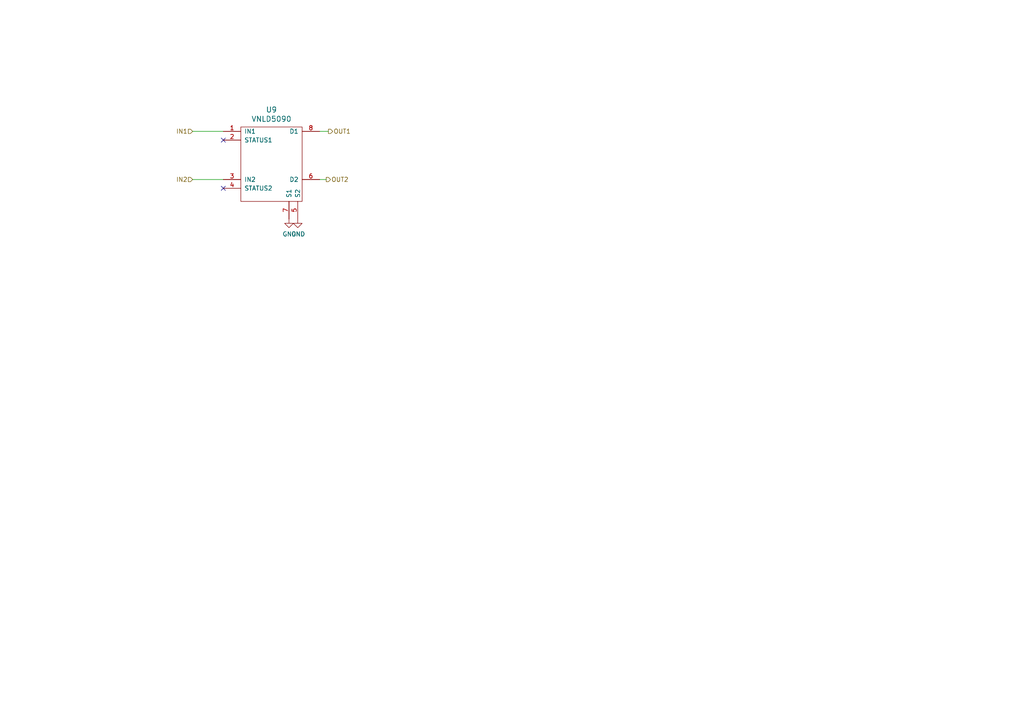
<source format=kicad_sch>
(kicad_sch (version 20250114) (generator "eeschema") (generator_version "9.0")
  (paper "A4")
  (title_block (title "microRusEFI-2L") (date "2020-05-24") (rev "R0.5.2") (company "rusEFI.com"))
  (lib_symbols
    (symbol "power:GND" (power) (pin_names (offset 0))
      (property "Value" "GND" (at 0 -3.81 0))
      (symbol "GND_0_1"
        (polyline (pts (xy 0 0) (xy 0 -1.27) (xy 1.27 -1.27) (xy 0 -2.54) (xy -1.27 -1.27) (xy 0 -1.27)))
      )
      (symbol "GND_1_1"
        (pin power_in line (at 0 0 270) (length 0) (hide yes) (name "GND") (number "1"))
      )
    )
    (symbol "vnld5090:VNLD5090" (pin_names (offset 1.016))
      (property "Reference" "U" (at -6.35 12.7 0))
      (property "Value" "VNLD5090" (at -2.54 -11.43 0))
      (symbol "VNLD5090_0_1"
        (rectangle (start -8.89 11.43) (end 8.89 -10.16))
      )
      (symbol "VNLD5090_1_1"
        (pin input line (at -13.97 10.16 0) (length 5.08) (name "IN1") (number "1"))
        (pin open_collector line (at -13.97 7.62 0) (length 5.08) (name "STATUS1") (number "2"))
        (pin input line (at -13.97 -3.81 0) (length 5.08) (name "IN2") (number "3"))
        (pin open_collector line (at -13.97 -6.35 0) (length 5.08) (name "STATUS2") (number "4"))
        (pin power_in line (at 5.08 -15.24 90) (length 5.08) (name "S1") (number "7"))
        (pin power_in line (at 7.62 -15.24 90) (length 5.08) (name "S2") (number "5"))
        (pin power_out line (at 13.97 10.16 180) (length 5.08) (name "D1") (number "8"))
        (pin power_out line (at 13.97 -3.81 180) (length 5.08) (name "D2") (number "6"))
      )
    )
  )
  (no_connect (at 64.77 54.61))
  (no_connect (at 64.77 40.64))
  (wire (pts (xy 92.71 52.07) (xy 94.615 52.07)))
  (wire (pts (xy 55.88 38.1) (xy 64.77 38.1)))
  (wire (pts (xy 55.88 52.07) (xy 64.77 52.07)))
  (wire (pts (xy 92.71 38.1) (xy 95.25 38.1)))
  (hierarchical_label "IN2" (shape input) (at 55.88 52.07 180))
  (hierarchical_label "OUT1" (shape output) (at 95.25 38.1 0))
  (hierarchical_label "IN1" (shape input) (at 55.88 38.1 180))
  (hierarchical_label "OUT2" (shape output) (at 94.615 52.07 0))
  (symbol (lib_id "vnld5090:VNLD5090") (at 78.74 48.26 0) (unit 1)
    (property "Reference" "U10" (at 78.74 31.8262 0) (effects (font (size 1.524 1.524))))
    (property "Value" "VNLD5090" (at 78.74 34.5186 0) (effects (font (size 1.524 1.524))))
    (property "Footprint" "Package_SO:SO-8_3.9x4.9mm_P1.27mm" (effects (hide yes)))
    (property "MFG,MFG#" "ST,VNLD5090TR-E" (effects (hide yes)))
    (property "Vend1,Vend1#" "DIGI,497-14323-1-ND" (effects (hide yes)))
    (property "LCSC" "C377942" (effects (hide yes)))
    (instances (project "" (path "" (reference "U9") (unit 1)) (path "" (reference "U10") (unit 1))))
  )
  (symbol (lib_id "power:GND") (at 83.82 63.5 0) (unit 1)
    (property "Reference" "#PWR036" (effects (hide yes)))
    (property "Value" "GND" (at 83.947 67.8942 0))
    (instances (project "" (path "" (reference "#PWR030") (unit 1)) (path "" (reference "#PWR036") (unit 1))))
  )
  (symbol (lib_id "power:GND") (at 86.36 63.5 0) (unit 1)
    (property "Reference" "#PWR037" (effects (hide yes)))
    (property "Value" "GND" (at 86.487 67.8942 0))
    (instances (project "" (path "" (reference "#PWR031") (unit 1)) (path "" (reference "#PWR037") (unit 1))))
  )
)
</source>
